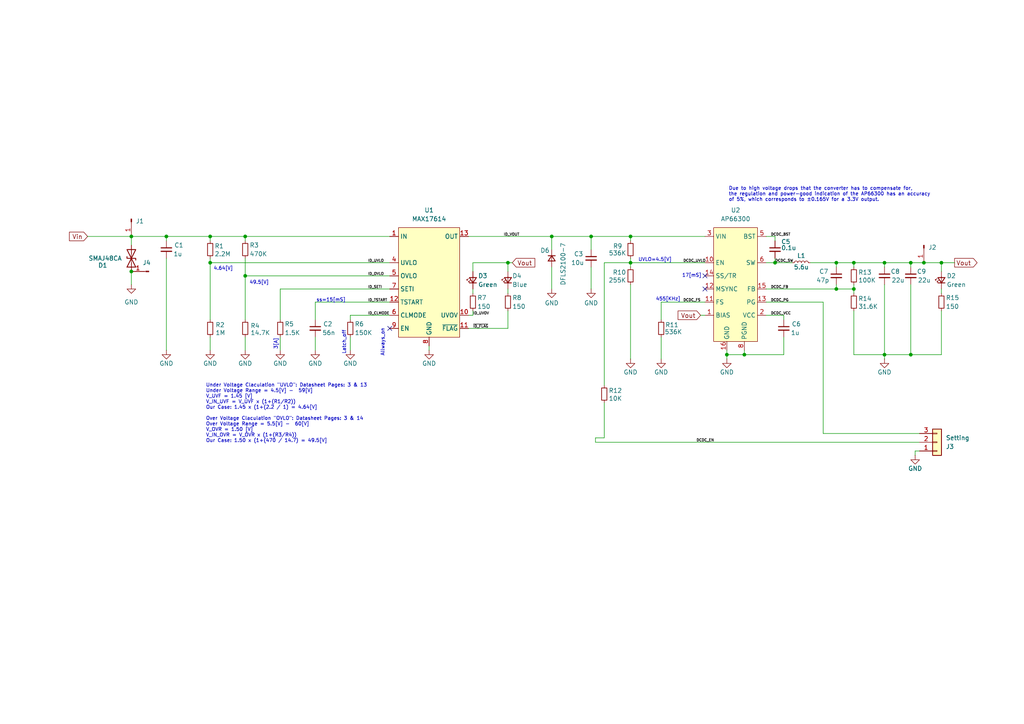
<source format=kicad_sch>
(kicad_sch (version 20231120) (generator "eeschema") (generator_version "8.0")
  (paper "A4")
  (title_block (title "ARNIE4833") (date "2024-10-12") (rev "V0.0.0") (company "© : Kynsight® GmbH: Licenced under CERN-OHL-W V2.0") (comment 2 "+48Vin | +3.3Vout | 3A ") (comment 3 "DC/DC Buck converter module, with added input protection circuitry."))
  (lib_symbols
    (symbol "310_smps_buck:AP66300"
      (property "Reference" "U" (at 0 21.59 0))
      (property "Value" "AP66300" (at 0 19.05 0))
      (symbol "AP66300_1_1"
        (rectangle (start -6.35 17.78) (end 6.35 -15.24) (fill (type background)))
        (pin input line (at -8.89 -7.62 0) (length 2.54) (name "BIAS") (number "1"))
        (pin input line (at -8.89 7.62 0) (length 2.54) (name "EN") (number "10"))
        (pin input line (at -8.89 -3.81 0) (length 2.54) (name "FS") (number "11"))
        (pin input line (at -8.89 0 0) (length 2.54) (name "MSYNC") (number "12"))
        (pin output line (at 8.89 -3.81 180) (length 2.54) (name "PG") (number "13"))
        (pin input line (at -8.89 3.81 0) (length 2.54) (name "SS/TR") (number "14"))
        (pin input line (at 8.89 0 180) (length 2.54) (name "FB") (number "15"))
        (pin power_in line (at -2.54 -17.78 90) (length 2.54) (name "GND") (number "16"))
        (pin power_in line (at -2.54 -17.78 90) (length 2.54) hide (name "GND") (number "17"))
        (pin power_out line (at 8.89 -7.62 180) (length 2.54) (name "VCC") (number "2"))
        (pin power_in line (at -8.89 15.24 0) (length 2.54) (name "VIN") (number "3"))
        (pin power_in line (at -8.89 15.24 0) (length 2.54) hide (name "VIN") (number "4"))
        (pin input line (at 8.89 15.24 180) (length 2.54) (name "BST") (number "5"))
        (pin power_out line (at 8.89 7.62 180) (length 2.54) (name "SW") (number "6"))
        (pin power_out line (at 8.89 7.62 180) (length 2.54) hide (name "SW") (number "7"))
        (pin power_in line (at 2.54 -17.78 90) (length 2.54) (name "PGND") (number "8"))
        (pin power_in line (at 2.54 -17.78 90) (length 2.54) hide (name "PGND") (number "9"))
      )
    )
    (symbol "380_power_protection_ideal_diode:MAX17614"
      (property "Reference" "U" (at 0 18.542 0))
      (property "Value" "MAX17614" (at 0.254 15.24 0))
      (symbol "MAX17614_1_1"
        (rectangle (start -8.89 13.97) (end 8.89 -17.78) (fill (type background)))
        (pin power_in line (at -11.43 11.43 0) (length 2.54) (name "IN") (number "1"))
        (pin output line (at 11.43 -11.43 180) (length 2.54) (name "UVOV") (number "10"))
        (pin output line (at 11.43 -15.24 180) (length 2.54) (name "~{FLAG}") (number "11"))
        (pin input line (at -11.43 -7.62 0) (length 2.54) (name "TSTART") (number "12"))
        (pin power_out line (at 11.43 11.43 180) (length 2.54) (name "OUT") (number "13"))
        (pin power_out line (at 11.43 11.43 180) (length 2.54) hide (name "OUT") (number "14"))
        (pin power_out line (at 11.43 11.43 180) (length 2.54) hide (name "OUT") (number "15"))
        (pin power_in line (at 0 -20.32 90) (length 2.54) hide (name "GND") (number "16"))
        (pin power_in line (at 0 -20.32 90) (length 2.54) hide (name "GND") (number "17"))
        (pin power_in line (at 0 -20.32 90) (length 2.54) hide (name "GND") (number "18"))
        (pin power_in line (at 0 -20.32 90) (length 2.54) hide (name "GND") (number "19"))
        (pin power_in line (at -11.43 11.43 0) (length 2.54) hide (name "IN") (number "2"))
        (pin power_out line (at 0 -20.32 90) (length 2.54) hide (name "GND") (number "20"))
        (pin power_in line (at 0 -20.32 90) (length 2.54) hide (name "GND") (number "21"))
        (pin power_in line (at -11.43 11.43 0) (length 2.54) hide (name "IN") (number "3"))
        (pin input line (at -11.43 3.81 0) (length 2.54) (name "UVLO") (number "4"))
        (pin input line (at -11.43 0 0) (length 2.54) (name "OVLO") (number "5"))
        (pin input line (at -11.43 -11.43 0) (length 2.54) (name "CLMODE") (number "6"))
        (pin input line (at -11.43 -3.81 0) (length 2.54) (name "SETI") (number "7"))
        (pin power_out line (at 0 -20.32 90) (length 2.54) (name "GND") (number "8"))
        (pin input line (at -11.43 -15.24 0) (length 2.54) (name "EN") (number "9"))
      )
    )
    (symbol "Connector:Conn_01x01_Pin" (pin_names (offset 1.016) hide)
      (property "Reference" "J" (at 0 2.54 0))
      (property "Value" "Conn_01x01_Pin" (at 0 -2.54 0))
      (symbol "Conn_01x01_Pin_1_1"
        (polyline (pts (xy 1.27 0) (xy 0.8636 0)) (stroke (width 0.1524)))
        (rectangle (start 0.8636 0.127) (end 0 -0.127) (stroke (width 0.1524)) (fill (type outline)))
        (pin passive line (at 5.08 0 180) (length 3.81) (name "Pin_1") (number "1"))
      )
    )
    (symbol "Connector_Generic:Conn_01x03" (pin_names (offset 1.016) hide)
      (property "Reference" "J" (at 0 5.08 0))
      (property "Value" "Conn_01x03" (at 0 -5.08 0))
      (symbol "Conn_01x03_1_1"
        (rectangle (start -1.27 -2.413) (end 0 -2.667) (stroke (width 0.1524)))
        (rectangle (start -1.27 0.127) (end 0 -0.127) (stroke (width 0.1524)))
        (rectangle (start -1.27 2.667) (end 0 2.413) (stroke (width 0.1524)))
        (rectangle (start -1.27 3.81) (end 1.27 -3.81) (stroke (width 0.254)) (fill (type background)))
        (pin passive line (at -5.08 2.54 0) (length 3.81) (name "Pin_1") (number "1"))
        (pin passive line (at -5.08 0 0) (length 3.81) (name "Pin_2") (number "2"))
        (pin passive line (at -5.08 -2.54 0) (length 3.81) (name "Pin_3") (number "3"))
      )
    )
    (symbol "Device:C_Small" (pin_numbers hide) (pin_names (offset 0.254) hide)
      (property "Reference" "C" (at 0.254 1.778 0))
      (property "Value" "C_Small" (at 0.254 -2.032 0))
      (symbol "C_Small_0_1"
        (polyline (pts (xy -1.524 -0.508) (xy 1.524 -0.508)) (stroke (width 0.3302)))
        (polyline (pts (xy -1.524 0.508) (xy 1.524 0.508)) (stroke (width 0.3048)))
      )
      (symbol "C_Small_1_1"
        (pin passive line (at 0 2.54 270) (length 2.032) (name "~") (number "1"))
        (pin passive line (at 0 -2.54 90) (length 2.032) (name "~") (number "2"))
      )
    )
    (symbol "Device:D_Small" (pin_numbers hide) (pin_names (offset 0.254) hide)
      (property "Reference" "D" (at -1.27 2.032 0))
      (property "Value" "D_Small" (at -3.81 -2.032 0))
      (symbol "D_Small_0_1"
        (polyline (pts (xy -0.762 -1.016) (xy -0.762 1.016)) (stroke (width 0.254)))
        (polyline (pts (xy -0.762 0) (xy 0.762 0)))
        (polyline (pts (xy 0.762 -1.016) (xy -0.762 0) (xy 0.762 1.016) (xy 0.762 -1.016)) (stroke (width 0.254)))
      )
      (symbol "D_Small_1_1"
        (pin passive line (at -2.54 0 0) (length 1.778) (name "K") (number "1"))
        (pin passive line (at 2.54 0 180) (length 1.778) (name "A") (number "2"))
      )
    )
    (symbol "Device:D_TVS" (pin_numbers hide) (pin_names (offset 1.016) hide)
      (property "Reference" "D" (at 0 2.54 0))
      (property "Value" "D_TVS" (at 0 -2.54 0))
      (symbol "D_TVS_0_1"
        (polyline (pts (xy 1.27 0) (xy -1.27 0)))
        (polyline (pts (xy 0.508 1.27) (xy 0 1.27) (xy 0 -1.27) (xy -0.508 -1.27)) (stroke (width 0.254)))
        (polyline (pts (xy -2.54 1.27) (xy -2.54 -1.27) (xy 2.54 1.27) (xy 2.54 -1.27) (xy -2.54 1.27)) (stroke (width 0.254)))
      )
      (symbol "D_TVS_1_1"
        (pin passive line (at -3.81 0 0) (length 2.54) (name "A1") (number "1"))
        (pin passive line (at 3.81 0 180) (length 2.54) (name "A2") (number "2"))
      )
    )
    (symbol "Device:LED_Small" (pin_numbers hide) (pin_names (offset 0.254) hide)
      (property "Reference" "D" (at -1.27 3.175 0))
      (property "Value" "LED_Small" (at -4.445 -2.54 0))
      (symbol "LED_Small_0_1"
        (polyline (pts (xy -0.762 -1.016) (xy -0.762 1.016)) (stroke (width 0.254)))
        (polyline (pts (xy 1.016 0) (xy -0.762 0)))
        (polyline (pts (xy 0.762 -1.016) (xy -0.762 0) (xy 0.762 1.016) (xy 0.762 -1.016)) (stroke (width 0.254)))
        (polyline (pts (xy 0 0.762) (xy -0.508 1.27) (xy -0.254 1.27) (xy -0.508 1.27) (xy -0.508 1.016)))
        (polyline (pts (xy 0.508 1.27) (xy 0 1.778) (xy 0.254 1.778) (xy 0 1.778) (xy 0 1.524)))
      )
      (symbol "LED_Small_1_1"
        (pin passive line (at -2.54 0 0) (length 1.778) (name "K") (number "1"))
        (pin passive line (at 2.54 0 180) (length 1.778) (name "A") (number "2"))
      )
    )
    (symbol "Device:L_Small" (pin_numbers hide) (pin_names (offset 0.254) hide)
      (property "Reference" "L" (at 0.762 1.016 0))
      (property "Value" "L_Small" (at 0.762 -1.016 0))
      (symbol "L_Small_0_1"
        (arc (start 0 -2.032) (mid 0.5058 -1.524) (end 0 -1.016))
        (arc (start 0 -1.016) (mid 0.5058 -0.508) (end 0 0))
        (arc (start 0 0) (mid 0.5058 0.508) (end 0 1.016))
        (arc (start 0 1.016) (mid 0.5058 1.524) (end 0 2.032))
      )
      (symbol "L_Small_1_1"
        (pin passive line (at 0 2.54 270) (length 0.508) (name "~") (number "1"))
        (pin passive line (at 0 -2.54 90) (length 0.508) (name "~") (number "2"))
      )
    )
    (symbol "Device:R_Small" (pin_numbers hide) (pin_names (offset 0.254) hide)
      (property "Reference" "R" (at 0.762 0.508 0))
      (property "Value" "R_Small" (at 0.762 -1.016 0))
      (symbol "R_Small_0_1"
        (rectangle (start -0.762 1.778) (end 0.762 -1.778) (stroke (width 0.2032)))
      )
      (symbol "R_Small_1_1"
        (pin passive line (at 0 2.54 270) (length 0.762) (name "~") (number "1"))
        (pin passive line (at 0 -2.54 90) (length 0.762) (name "~") (number "2"))
      )
    )
    (symbol "power:GND" (power) (pin_numbers hide) (pin_names (offset 0) hide)
      (property "Value" "GND" (at 0 -3.81 0))
      (symbol "GND_0_1"
        (polyline (pts (xy 0 0) (xy 0 -1.27) (xy 1.27 -1.27) (xy 0 -2.54) (xy -1.27 -1.27) (xy 0 -1.27)))
      )
      (symbol "GND_1_1"
        (pin power_in line (at 0 0 270) (length 0) (name "~") (number "1"))
      )
    )
  )
  (junction (at 247.65 83.82))
  (junction (at 48.26 68.58))
  (junction (at 147.32 76.2))
  (junction (at 215.9 102.87))
  (junction (at 182.88 68.58))
  (junction (at 267.97 76.2))
  (junction (at 256.54 76.2))
  (junction (at 264.16 76.2))
  (junction (at 71.12 80.01))
  (junction (at 247.65 76.2))
  (junction (at 273.05 76.2))
  (junction (at 264.16 102.87))
  (junction (at 256.54 102.87))
  (junction (at 60.96 76.2))
  (junction (at 38.1 68.58))
  (junction (at 160.02 68.58))
  (junction (at 242.57 76.2))
  (junction (at 242.57 83.82))
  (junction (at 71.12 68.58))
  (junction (at 182.88 76.2))
  (junction (at 38.1 78.74))
  (junction (at 210.82 102.87))
  (junction (at 60.96 68.58))
  (junction (at 171.45 68.58))
  (junction (at 224.79 76.2))
  (no_connect (at 113.03 95.25))
  (no_connect (at 204.47 83.82))
  (no_connect (at 204.47 80.01))
  (wire (pts (xy 71.12 80.01) (xy 71.12 92.71)))
  (wire (pts (xy 191.77 87.63) (xy 204.47 87.63)))
  (wire (pts (xy 182.88 74.93) (xy 182.88 76.2)))
  (wire (pts (xy 256.54 102.87) (xy 247.65 102.87)))
  (wire (pts (xy 101.6 91.44) (xy 101.6 92.71)))
  (wire (pts (xy 242.57 83.82) (xy 242.57 82.55)))
  (wire (pts (xy 242.57 76.2) (xy 242.57 77.47)))
  (wire (pts (xy 222.25 87.63) (xy 238.76 87.63)))
  (wire (pts (xy 48.26 68.58) (xy 48.26 69.85)))
  (wire (pts (xy 256.54 102.87) (xy 256.54 104.14)))
  (wire (pts (xy 137.16 83.82) (xy 137.16 85.09)))
  (wire (pts (xy 124.46 100.33) (xy 124.46 101.6)))
  (wire (pts (xy 256.54 102.87) (xy 264.16 102.87)))
  (wire (pts (xy 48.26 68.58) (xy 60.96 68.58)))
  (wire (pts (xy 175.26 76.2) (xy 182.88 76.2)))
  (wire (pts (xy 203.2 91.44) (xy 204.47 91.44)))
  (wire (pts (xy 135.89 68.58) (xy 160.02 68.58)))
  (wire (pts (xy 222.25 91.44) (xy 227.33 91.44)))
  (wire (pts (xy 81.28 83.82) (xy 81.28 92.71)))
  (wire (pts (xy 264.16 102.87) (xy 273.05 102.87)))
  (wire (pts (xy 264.16 82.55) (xy 264.16 102.87)))
  (wire (pts (xy 137.16 76.2) (xy 137.16 78.74)))
  (wire (pts (xy 264.16 76.2) (xy 267.97 76.2)))
  (wire (pts (xy 227.33 102.87) (xy 227.33 97.79)))
  (wire (pts (xy 234.95 76.2) (xy 242.57 76.2)))
  (wire (pts (xy 172.72 128.27) (xy 266.7 128.27)))
  (wire (pts (xy 210.82 102.87) (xy 210.82 104.14)))
  (wire (pts (xy 91.44 87.63) (xy 91.44 92.71)))
  (wire (pts (xy 60.96 68.58) (xy 60.96 69.85)))
  (wire (pts (xy 137.16 76.2) (xy 147.32 76.2)))
  (wire (pts (xy 265.43 130.81) (xy 266.7 130.81)))
  (wire (pts (xy 171.45 68.58) (xy 182.88 68.58)))
  (wire (pts (xy 171.45 68.58) (xy 171.45 72.39)))
  (wire (pts (xy 60.96 97.79) (xy 60.96 101.6)))
  (wire (pts (xy 160.02 77.47) (xy 160.02 83.82)))
  (wire (pts (xy 81.28 83.82) (xy 113.03 83.82)))
  (wire (pts (xy 224.79 76.2) (xy 229.87 76.2)))
  (wire (pts (xy 273.05 90.17) (xy 273.05 102.87)))
  (wire (pts (xy 267.97 76.2) (xy 273.05 76.2)))
  (wire (pts (xy 224.79 74.93) (xy 224.79 76.2)))
  (wire (pts (xy 182.88 77.47) (xy 182.88 76.2)))
  (wire (pts (xy 147.32 95.25) (xy 147.32 90.17)))
  (wire (pts (xy 238.76 87.63) (xy 238.76 125.73)))
  (wire (pts (xy 101.6 91.44) (xy 113.03 91.44)))
  (wire (pts (xy 273.05 83.82) (xy 273.05 85.09)))
  (wire (pts (xy 242.57 83.82) (xy 247.65 83.82)))
  (wire (pts (xy 137.16 91.44) (xy 137.16 90.17)))
  (wire (pts (xy 172.72 127) (xy 172.72 128.27)))
  (wire (pts (xy 38.1 68.58) (xy 38.1 71.12)))
  (wire (pts (xy 60.96 76.2) (xy 113.03 76.2)))
  (wire (pts (xy 160.02 68.58) (xy 171.45 68.58)))
  (wire (pts (xy 71.12 74.93) (xy 71.12 80.01)))
  (wire (pts (xy 273.05 76.2) (xy 273.05 78.74)))
  (wire (pts (xy 264.16 76.2) (xy 264.16 77.47)))
  (wire (pts (xy 256.54 76.2) (xy 264.16 76.2)))
  (wire (pts (xy 227.33 91.44) (xy 227.33 92.71)))
  (wire (pts (xy 172.72 127) (xy 175.26 127)))
  (wire (pts (xy 71.12 68.58) (xy 71.12 69.85)))
  (wire (pts (xy 71.12 68.58) (xy 113.03 68.58)))
  (wire (pts (xy 182.88 68.58) (xy 204.47 68.58)))
  (wire (pts (xy 91.44 87.63) (xy 113.03 87.63)))
  (wire (pts (xy 135.89 91.44) (xy 137.16 91.44)))
  (wire (pts (xy 48.26 74.93) (xy 48.26 101.6)))
  (wire (pts (xy 210.82 101.6) (xy 210.82 102.87)))
  (wire (pts (xy 101.6 97.79) (xy 101.6 101.6)))
  (wire (pts (xy 256.54 82.55) (xy 256.54 102.87)))
  (wire (pts (xy 182.88 82.55) (xy 182.88 104.14)))
  (wire (pts (xy 182.88 68.58) (xy 182.88 69.85)))
  (wire (pts (xy 38.1 68.58) (xy 48.26 68.58)))
  (wire (pts (xy 242.57 76.2) (xy 247.65 76.2)))
  (wire (pts (xy 71.12 97.79) (xy 71.12 101.6)))
  (wire (pts (xy 210.82 102.87) (xy 215.9 102.87)))
  (wire (pts (xy 71.12 80.01) (xy 113.03 80.01)))
  (wire (pts (xy 38.1 78.74) (xy 38.1 82.55)))
  (wire (pts (xy 265.43 132.08) (xy 265.43 130.81)))
  (wire (pts (xy 135.89 95.25) (xy 147.32 95.25)))
  (wire (pts (xy 60.96 74.93) (xy 60.96 76.2)))
  (wire (pts (xy 160.02 68.58) (xy 160.02 72.39)))
  (wire (pts (xy 191.77 87.63) (xy 191.77 92.71)))
  (wire (pts (xy 224.79 68.58) (xy 224.79 69.85)))
  (wire (pts (xy 191.77 97.79) (xy 191.77 104.14)))
  (wire (pts (xy 175.26 76.2) (xy 175.26 111.76)))
  (wire (pts (xy 222.25 83.82) (xy 242.57 83.82)))
  (wire (pts (xy 91.44 97.79) (xy 91.44 101.6)))
  (wire (pts (xy 247.65 90.17) (xy 247.65 102.87)))
  (wire (pts (xy 71.12 68.58) (xy 60.96 68.58)))
  (wire (pts (xy 256.54 76.2) (xy 256.54 77.47)))
  (wire (pts (xy 81.28 97.79) (xy 81.28 101.6)))
  (wire (pts (xy 247.65 83.82) (xy 247.65 85.09)))
  (wire (pts (xy 215.9 101.6) (xy 215.9 102.87)))
  (wire (pts (xy 147.32 83.82) (xy 147.32 85.09)))
  (wire (pts (xy 182.88 76.2) (xy 204.47 76.2)))
  (wire (pts (xy 171.45 77.47) (xy 171.45 83.82)))
  (wire (pts (xy 247.65 83.82) (xy 247.65 82.55)))
  (wire (pts (xy 148.59 76.2) (xy 147.32 76.2)))
  (wire (pts (xy 238.76 125.73) (xy 266.7 125.73)))
  (wire (pts (xy 215.9 102.87) (xy 227.33 102.87)))
  (wire (pts (xy 247.65 76.2) (xy 247.65 77.47)))
  (wire (pts (xy 25.4 68.58) (xy 38.1 68.58)))
  (wire (pts (xy 222.25 68.58) (xy 224.79 68.58)))
  (wire (pts (xy 60.96 76.2) (xy 60.96 92.71)))
  (wire (pts (xy 222.25 76.2) (xy 224.79 76.2)))
  (wire (pts (xy 247.65 76.2) (xy 256.54 76.2)))
  (wire (pts (xy 273.05 76.2) (xy 276.86 76.2)))
  (wire (pts (xy 175.26 127) (xy 175.26 116.84)))
  (wire (pts (xy 147.32 76.2) (xy 147.32 78.74)))
  (text "Latch_off" (at 99.822 99.314 90) (effects (font (size 1 1))))
  (text "ss=15[mS]" (at 96.012 87.122 0) (effects (font (size 1 1))))
  (text "4.64[V]" (at 64.77 77.978 0) (effects (font (size 1 1))))
  (text "49.5[V]" (at 75.184 82.042 0) (effects (font (size 1 1))))
  (text "455[KHz]" (at 193.802 86.868 0) (effects (font (size 1 1))))
  (text "Allways_on" (at 110.998 99.314 90) (effects (font (size 1 1))))
  (text "17[mS]" (at 200.66 80.01 0) (effects (font (size 1 1))))
  (text "UVLO=4.5[V]" (at 189.992 75.438 0) (effects (font (size 1 1))))
  (text "Due to high voltage drops that the converter has to compensate for, \nthe regulation and power-good indication of the AP66300 has an accuracy \nof 5%, which corresponds to ±0.165V for a 3.3V output." (at 211.328 56.388 0) (effects (font (size 1 1)) (justify left)))
  (text "Under Voltage Claculation \"UVLO\": Datasheet Pages: 3 & 13  \nUnder Voltage Range = 4.5[V] -  59[V]\nV_UVF = 1.45 [V]\nV_IN_UVF = V_UVF x (1+(R1/R2)) \nOur Case: 1.45 x (1+(2.2 / 1) = 4.64[V] \n \nOver Voltage Claculation \"OVLO\": Datasheet Pages: 3 & 14  \nOver Voltage Range = 5.5[V] -  60[V]\nV_OVR = 1.50 [V]\nV_IN_OVR = V_OVR x (1+(R3/R4)) \nOur Case: 1.50 x (1+(470 / 14.7) = 49.5[V] " (at 59.69 119.888 0) (effects (font (size 1 1)) (justify left)))
  (text "3[A]" (at 80.01 99.822 90) (effects (font (size 1 1))))
  (label "ID_UVOV" (at 137.16 91.44 0) (effects (font (size 0.75 0.75))))
  (label "DCDC_PG" (at 223.52 87.63 0) (effects (font (size 0.75 0.75))))
  (label "~{ID_FLAG}" (at 137.16 95.25 0) (effects (font (size 0.75 0.75))))
  (label "DCDC_UVLO" (at 198.12 76.2 0) (effects (font (size 0.75 0.75))))
  (label "ID_VOUT" (at 146.05 68.58 0) (effects (font (size 0.75 0.75))))
  (label "DCDC_FB" (at 223.52 83.82 0) (effects (font (size 0.75 0.75))))
  (label "DCDC_VCC" (at 223.52 91.44 0) (effects (font (size 0.75 0.75))))
  (label "ID_OVLO" (at 106.68 80.01 0) (effects (font (size 0.75 0.75))))
  (label "DCDC_EN" (at 201.93 128.27 0) (effects (font (size 0.75 0.75))))
  (label "DCDC_BST" (at 223.52 68.58 0) (effects (font (size 0.75 0.75))))
  (label "ID_UVLO" (at 106.68 76.2 0) (effects (font (size 0.75 0.75))))
  (label "DCDC_SW" (at 224.79 76.2 0) (effects (font (size 0.75 0.75))))
  (label "ID_CLMODE" (at 106.68 91.44 0) (effects (font (size 0.75 0.75))))
  (label "ID_SETI" (at 106.68 83.82 0) (effects (font (size 0.75 0.75))))
  (label "ID_TSTART" (at 106.68 87.63 0) (effects (font (size 0.75 0.75))))
  (label "DCDC_FS" (at 198.12 87.63 0) (effects (font (size 0.75 0.75))))
  (global_label "Vout" (shape output) (at 276.86 76.2 0) (property "Intersheetrefs" "${INTERSHEET_REFS}" (effects (hide yes))))
  (global_label "Vout" (shape input) (at 148.59 76.2 0) (property "Intersheetrefs" "${INTERSHEET_REFS}" (effects (hide yes))))
  (global_label "Vout" (shape input) (at 203.2 91.44 180) (property "Intersheetrefs" "${INTERSHEET_REFS}" (effects (hide yes))))
  (global_label "Vin" (shape input) (at 25.4 68.58 180) (property "Intersheetrefs" "${INTERSHEET_REFS}" (effects (hide yes))))
  (symbol (lib_id "Device:R_Small") (at 273.05 87.63 0) (unit 1)
    (property "Reference" "R15" (at 274.32 86.36 0) (effects (justify left)))
    (property "Value" "150" (at 274.32 88.9 0) (effects (justify left)))
    (property "Footprint" "Resistor_SMD:R_0603_1608Metric" (effects (hide yes)))
    (property "Description" "Resistor, small symbol" (effects (hide yes)))
    (property "Man" "Panasonic" (effects (hide yes)))
    (property "Man_No" " ERJ-3EKF1500V " (effects (hide yes)))
    (property "Disti" "Mouser" (effects (hide yes)))
    (property "Disti_No" " 667-ERJ-3EKF1500V" (effects (hide yes)))
  )
  (symbol (lib_id "Device:R_Small") (at 147.32 87.63 0) (unit 1)
    (property "Reference" "R8" (at 148.59 86.36 0) (effects (justify left)))
    (property "Value" "150" (at 148.59 88.9 0) (effects (justify left)))
    (property "Footprint" "Resistor_SMD:R_0603_1608Metric" (effects (hide yes)))
    (property "Description" "Resistor, small symbol" (effects (hide yes)))
    (property "Man" "Panasonic" (effects (hide yes)))
    (property "Man_No" "ERJ-3EKF1500V " (effects (hide yes)))
    (property "Disti" "Mouser" (effects (hide yes)))
    (property "Disti_No" " 667-ERJ-3EKF1500V" (effects (hide yes)))
  )
  (symbol (lib_id "Device:D_TVS") (at 38.1 74.93 90) (unit 1)
    (property "Reference" "D1" (at 28.448 76.962 90) (effects (justify right)))
    (property "Value" "SMAJ48CA" (at 25.654 74.93 90) (effects (justify right)))
    (property "Footprint" "Diode_SMD:D_SMA" (effects (hide yes)))
    (property "Datasheet" "https://www.diodes.com/assets/Datasheets/SMAJ5.0CA-SMAJ200CA.pdf" (effects (hide yes)))
    (property "Description" "Bidirectional transient-voltage-suppression diode" (effects (hide yes)))
    (property "Man" "Diodes" (effects (hide yes)))
    (property "Man_No" "SMAJ48CA-13-F " (effects (hide yes)))
    (property "Disti" "Mouser" (effects (hide yes)))
    (property "Disti_No" "621-SMAJ48CA-13-F" (effects (hide yes)))
  )
  (symbol (lib_id "Device:C_Small") (at 224.79 72.39 0) (unit 1)
    (property "Reference" "C5" (at 226.568 70.104 0) (effects (justify left)))
    (property "Value" "0.1u" (at 226.568 71.882 0) (effects (justify left)))
    (property "Footprint" "Capacitor_SMD:C_0603_1608Metric" (effects (hide yes)))
    (property "Description" "Unpolarized capacitor, small symbol" (effects (hide yes)))
    (property "Man" "Kyocera" (effects (hide yes)))
    (property "Man_No" "KAM15BR72A104KT " (effects (hide yes)))
    (property "Disti" "Mouser" (effects (hide yes)))
    (property "Disti_No" "KAM15BR72A104KT " (effects (hide yes)))
  )
  (symbol (lib_id "power:GND") (at 210.82 104.14 0) (unit 1)
    (property "Reference" "#PWR010" (effects (hide yes)))
    (property "Value" "GND" (at 210.82 107.95 0))
    (property "Description" "Power symbol creates a global label with name \"GND\" , ground" (effects (hide yes)))
  )
  (symbol (lib_id "Device:R_Small") (at 247.65 80.01 0) (unit 1)
    (property "Reference" "R13" (at 248.92 78.994 0) (effects (justify left)))
    (property "Value" "100K" (at 248.92 81.28 0) (effects (justify left)))
    (property "Footprint" "Resistor_SMD:R_0603_1608Metric" (effects (hide yes)))
    (property "Description" "Resistor, small symbol" (effects (hide yes)))
    (property "Man" "Panasonic" (effects (hide yes)))
    (property "Man_No" "ERJ-3EKF1003V" (effects (hide yes)))
    (property "Disti" "Mouser" (effects (hide yes)))
    (property "Disti_No" "667-ERJ-3EKF1003V" (effects (hide yes)))
  )
  (symbol (lib_id "Device:C_Small") (at 48.26 72.39 0) (unit 1)
    (property "Reference" "C1" (at 50.546 71.12 0) (effects (justify left)))
    (property "Value" "1u" (at 50.292 73.66 0) (effects (justify left)))
    (property "Footprint" "Capacitor_SMD:C_0603_1608Metric" (effects (hide yes)))
    (property "Description" "Unpolarized capacitor, small symbol" (effects (hide yes)))
    (property "Man" "Samsung" (effects (hide yes)))
    (property "Man_No" "CL10B105KB9VPNC" (effects (hide yes)))
    (property "Disti" "Mouser" (effects (hide yes)))
    (property "Disti_No" "187-CL10B105KB9VPNC" (effects (hide yes)))
  )
  (symbol (lib_id "Device:LED_Small") (at 147.32 81.28 90) (unit 1)
    (property "Reference" "D4" (at 148.59 80.01 90) (effects (justify right)))
    (property "Value" "Blue" (at 148.59 82.55 90) (effects (justify right)))
    (property "Footprint" "LED_SMD:LED_0603_1608Metric" (effects (hide yes)))
    (property "Description" "Light emitting diode, small symbol" (effects (hide yes)))
    (property "Man" "Osram" (effects (hide yes)))
    (property "Man_No" "KB EELP41.12-P1R2-36-3X4X-5-R18" (effects (hide yes)))
    (property "Disti" "Mouser" (effects (hide yes)))
    (property "Disti_No" " 720-P4112P1R2363X4X5" (effects (hide yes)))
  )
  (symbol (lib_id "power:GND") (at 182.88 104.14 0) (unit 1)
    (property "Reference" "#PWR012" (effects (hide yes)))
    (property "Value" "GND" (at 182.88 107.95 0))
    (property "Description" "Power symbol creates a global label with name \"GND\" , ground" (effects (hide yes)))
  )
  (symbol (lib_id "Device:R_Small") (at 60.96 95.25 0) (unit 1)
    (property "Reference" "R2" (at 62.484 94.234 0) (effects (justify left)))
    (property "Value" "1M" (at 62.484 96.52 0) (effects (justify left)))
    (property "Footprint" "Resistor_SMD:R_0603_1608Metric" (effects (hide yes)))
    (property "Description" "Resistor, small symbol" (effects (hide yes)))
    (property "Man" "Panasonic" (effects (hide yes)))
    (property "Man_No" "ERJ-PA3J115V" (effects (hide yes)))
    (property "Disti" "Mouser" (effects (hide yes)))
    (property "Disti_No" "667-ERJ-PA3J105V" (effects (hide yes)))
  )
  (symbol (lib_id "Device:C_Small") (at 91.44 95.25 0) (unit 1)
    (property "Reference" "C2" (at 93.726 93.98 0) (effects (justify left)))
    (property "Value" "56n" (at 93.472 96.52 0) (effects (justify left)))
    (property "Footprint" "Capacitor_SMD:C_0603_1608Metric" (effects (hide yes)))
    (property "Description" "Unpolarized capacitor, small symbol" (effects (hide yes)))
    (property "Man" "Yageo" (effects (hide yes)))
    (property "Man_No" "CC0603JX7R0BB563" (effects (hide yes)))
    (property "Disti" "Mouser" (effects (hide yes)))
    (property "Disti_No" "603-CC0603JX7R0BB563" (effects (hide yes)))
  )
  (symbol (lib_id "310_smps_buck:AP66300") (at 213.36 83.82 0) (unit 1)
    (property "Reference" "U2" (at 213.36 60.96 0))
    (property "Value" "AP66300" (at 213.36 63.5 0))
    (property "Footprint" "Package_DFN_QFN:UQFN-16-1EP_4x4mm_P0.65mm_EP2.6x2.6mm" (effects (hide yes)))
    (property "Datasheet" "https://www.diodes.com/assets/Datasheets/AP66300.pdf" (effects (hide yes)))
    (property "Description" "3.8V TO 60V INPUT, 3A LOW IQ SYNCHRONOUS BUCK CONVERTER" (effects (hide yes)))
    (property "Man" "Diodes" (effects (hide yes)))
    (property "Man_No" "3.8V TO 60V INPUT, 3A LOW IQ SYNCHRONOUS BUCK CONVERTER" (effects (hide yes)))
    (property "Disti" "Mouser" (effects (hide yes)))
    (property "Disti_No" "621-AP66300FVBW-13" (effects (hide yes)))
  )
  (symbol (lib_id "Device:R_Small") (at 182.88 72.39 0) (mirror x) (unit 1)
    (property "Reference" "R9" (at 177.8 71.374 0) (effects (justify left)))
    (property "Value" "536K" (at 176.53 73.406 0) (effects (justify left)))
    (property "Footprint" "Resistor_SMD:R_0603_1608Metric" (effects (hide yes)))
    (property "Description" "Resistor, small symbol" (effects (hide yes)))
    (property "Man" "Panasonic" (effects (hide yes)))
    (property "Man_No" "ERJ-3EKF2553V" (effects (hide yes)))
    (property "Disti" "Mouser" (effects (hide yes)))
    (property "Disti_No" "667-ERJ-3EKF5363V" (effects (hide yes)))
  )
  (symbol (lib_id "Connector:Conn_01x01_Pin") (at 43.18 78.74 180) (unit 1)
    (property "Reference" "J4" (at 42.545 76.2 0))
    (property "Value" "Conn_01x01_Pin" (effects (hide yes)))
    (property "Footprint" "Connector_PinHeader_2.54mm:PinHeader_1x01_P2.54mm_Vertical" (effects (hide yes)))
    (property "Description" "Generic connector, single row, 01x01, script generated" (effects (hide yes)))
  )
  (symbol (lib_id "Device:C_Small") (at 171.45 74.93 0) (mirror y) (unit 1)
    (property "Reference" "C3" (at 169.164 73.66 0) (effects (justify left)))
    (property "Value" "10u" (at 169.418 76.2 0) (effects (justify left)))
    (property "Footprint" "Capacitor_SMD:C_1210_3225Metric" (effects (hide yes)))
    (property "Description" "Unpolarized capacitor, small symbol" (effects (hide yes)))
    (property "Man" "TDK" (effects (hide yes)))
    (property "Man_No" "CGA6P1X7R1N106K250AC" (effects (hide yes)))
    (property "Disti" "Mouser" (effects (hide yes)))
    (property "Disti_No" "810-CGA6P1X7R1N106K2" (effects (hide yes)))
  )
  (symbol (lib_id "power:GND") (at 48.26 101.6 0) (unit 1)
    (property "Reference" "#PWR02" (effects (hide yes)))
    (property "Value" "GND" (at 48.26 105.41 0))
    (property "Description" "Power symbol creates a global label with name \"GND\" , ground" (effects (hide yes)))
  )
  (symbol (lib_id "Connector_Generic:Conn_01x03") (at 271.78 128.27 0) (mirror x) (unit 1)
    (property "Reference" "J3" (at 274.32 129.5401 0) (effects (justify left)))
    (property "Value" "Setting" (at 274.32 127.0001 0) (effects (justify left)))
    (property "Footprint" "Connector_PinHeader_2.54mm:PinHeader_1x03_P2.54mm_Vertical" (effects (hide yes)))
    (property "Description" "Generic connector, single row, 01x03, script generated (kicad-library-utils/schlib/autogen/connector/)" (effects (hide yes)))
  )
  (symbol (lib_id "power:GND") (at 101.6 101.6 0) (unit 1)
    (property "Reference" "#PWR07" (effects (hide yes)))
    (property "Value" "GND" (at 101.6 105.41 0))
    (property "Description" "Power symbol creates a global label with name \"GND\" , ground" (effects (hide yes)))
  )
  (symbol (lib_id "Device:D_Small") (at 160.02 74.93 270) (unit 1)
    (property "Reference" "D6" (at 156.718 72.644 90) (effects (justify left)))
    (property "Value" "DFLS2100-7" (at 163.322 70.358 0) (effects (justify left)))
    (property "Footprint" "Diode_SMD:D_PowerDI-123" (effects (hide yes)))
    (property "Description" "Diode, small symbol" (effects (hide yes)))
    (property "Sim.Device" "D" (effects (hide yes)))
    (property "Sim.Pins" "1=K 2=A" (effects (hide yes)))
    (property "Man" "Diodes" (effects (hide yes)))
    (property "Man_No" "DFLS2100-7" (effects (hide yes)))
    (property "Disti" "Mouser" (effects (hide yes)))
    (property "Disti_No" " 621-DFLS2100-7" (effects (hide yes)))
  )
  (symbol (lib_id "Device:R_Small") (at 175.26 114.3 0) (unit 1)
    (property "Reference" "R12" (at 176.53 113.284 0) (effects (justify left)))
    (property "Value" "10K" (at 176.53 115.57 0) (effects (justify left)))
    (property "Footprint" "Resistor_SMD:R_0603_1608Metric" (effects (hide yes)))
    (property "Description" "Resistor, small symbol" (effects (hide yes)))
    (property "Man" "Panasonic" (effects (hide yes)))
    (property "Man_No" "ERJ-3EKF1002V" (effects (hide yes)))
    (property "Disti" "Mouser" (effects (hide yes)))
    (property "Disti_No" "667-ERJ-3EKF1002V" (effects (hide yes)))
  )
  (symbol (lib_id "Device:LED_Small") (at 273.05 81.28 90) (unit 1)
    (property "Reference" "D2" (at 274.574 80.01 90) (effects (justify right)))
    (property "Value" "Green" (at 274.574 82.55 90) (effects (justify right)))
    (property "Footprint" "LED_SMD:LED_0603_1608Metric" (effects (hide yes)))
    (property "Description" "Light emitting diode, small symbol" (effects (hide yes)))
    (property "Man" "Osram" (effects (hide yes)))
    (property "Man_No" "KT EELP41.12-S2U1-25-2X4X-5-R18" (effects (hide yes)))
    (property "Disti" "Mouser" (effects (hide yes)))
    (property "Disti_No" " 720-P4112S2U1252X4X5" (effects (hide yes)))
  )
  (symbol (lib_id "power:GND") (at 265.43 132.08 0) (unit 1)
    (property "Reference" "#PWR015" (effects (hide yes)))
    (property "Value" "GND" (at 265.43 135.89 0))
    (property "Description" "Power symbol creates a global label with name \"GND\" , ground" (effects (hide yes)))
  )
  (symbol (lib_id "Device:R_Small") (at 60.96 72.39 0) (unit 1)
    (property "Reference" "R1" (at 62.23 71.374 0) (effects (justify left)))
    (property "Value" "2.2M" (at 62.23 73.66 0) (effects (justify left)))
    (property "Footprint" "Resistor_SMD:R_0603_1608Metric" (effects (hide yes)))
    (property "Description" "Resistor, small symbol" (effects (hide yes)))
    (property "Man" "Panasonic" (effects (hide yes)))
    (property "Man_No" "ERJ-U03J225V" (effects (hide yes)))
    (property "Disti" "Mouser" (effects (hide yes)))
    (property "Disti_No" "667-ERJ-U03J225V" (effects (hide yes)))
  )
  (symbol (lib_id "Device:C_Small") (at 264.16 80.01 0) (unit 1)
    (property "Reference" "C9" (at 265.938 78.74 0) (effects (justify left)))
    (property "Value" "22u" (at 266.192 81.28 0) (effects (justify left)))
    (property "Footprint" "Capacitor_SMD:C_0603_1608Metric" (effects (hide yes)))
    (property "Description" "Unpolarized capacitor, small symbol" (effects (hide yes)))
    (property "Man" "Samsung" (effects (hide yes)))
    (property "Man_No" "CL10A226MQ8NRND" (effects (hide yes)))
    (property "Disti" "Mouser" (effects (hide yes)))
    (property "Disti_No" "187-CL10A226MQ8NRND" (effects (hide yes)))
  )
  (symbol (lib_id "power:GND") (at 71.12 101.6 0) (unit 1)
    (property "Reference" "#PWR04" (effects (hide yes)))
    (property "Value" "GND" (at 71.12 105.41 0))
    (property "Description" "Power symbol creates a global label with name \"GND\" , ground" (effects (hide yes)))
  )
  (symbol (lib_id "Device:R_Small") (at 191.77 95.25 0) (mirror y) (unit 1)
    (property "Reference" "R11" (at 196.85 94.234 0) (effects (justify left)))
    (property "Value" "536K" (at 197.866 96.266 0) (effects (justify left)))
    (property "Footprint" "Resistor_SMD:R_0603_1608Metric" (effects (hide yes)))
    (property "Description" "Resistor, small symbol" (effects (hide yes)))
    (property "Man" "Panasonic" (effects (hide yes)))
    (property "Man_No" "ERJ-3EKF5363V" (effects (hide yes)))
    (property "Disti" "Mouser" (effects (hide yes)))
    (property "Disti_No" "667-ERJ-3EKF5363V" (effects (hide yes)))
  )
  (symbol (lib_id "Device:LED_Small") (at 137.16 81.28 90) (unit 1)
    (property "Reference" "D3" (at 138.684 80.01 90) (effects (justify right)))
    (property "Value" "Green" (at 138.684 82.55 90) (effects (justify right)))
    (property "Footprint" "LED_SMD:LED_0603_1608Metric" (effects (hide yes)))
    (property "Description" "Light emitting diode, small symbol" (effects (hide yes)))
    (property "Man" "Osram" (effects (hide yes)))
    (property "Man_No" "KT EELP41.12-S2U1-25-2X4X-5-R18" (effects (hide yes)))
    (property "Disti" "Mouser" (effects (hide yes)))
    (property "Disti_No" " 720-P4112S2U1252X4X5" (effects (hide yes)))
  )
  (symbol (lib_id "380_power_protection_ideal_diode:MAX17614") (at 124.46 80.01 0) (unit 1)
    (property "Reference" "U1" (at 124.46 60.96 0))
    (property "Value" "MAX17614" (at 124.46 63.5 0))
    (property "Footprint" "Package_DFN_QFN:TQFN-20-1EP_4x4mm_P0.5mm_EP2.9x2.9mm" (effects (hide yes)))
    (property "Datasheet" "https://www.analog.com/media/en/technical-documentation/data-sheets/max17614.pdf" (effects (hide yes)))
    (property "Description" "4.5V to 60V, 3A, Ideal Diode/Power Source Selector with Current Limit, UV, OV Protection" (effects (hide yes)))
    (property "Man" "ADI" (effects (hide yes)))
    (property "Man_No" "MAX17614" (effects (hide yes)))
    (property "Disti" "Mouser" (effects (hide yes)))
    (property "Disti_No" "700-MAX17614ATP+" (effects (hide yes)))
  )
  (symbol (lib_id "Device:R_Small") (at 81.28 95.25 0) (unit 1)
    (property "Reference" "R5" (at 82.55 93.98 0) (effects (justify left)))
    (property "Value" "1.5K" (at 82.55 96.52 0) (effects (justify left)))
    (property "Footprint" "Resistor_SMD:R_0603_1608Metric" (effects (hide yes)))
    (property "Description" "Resistor, small symbol" (effects (hide yes)))
    (property "Man" "Panasonic" (effects (hide yes)))
    (property "Man_No" "ERJ-3EKF1501V" (effects (hide yes)))
    (property "Disti" "Mouser" (effects (hide yes)))
    (property "Disti_No" "667-ERJ-3EKF1501V" (effects (hide yes)))
  )
  (symbol (lib_id "power:GND") (at 124.46 101.6 0) (unit 1)
    (property "Reference" "#PWR08" (effects (hide yes)))
    (property "Value" "GND" (at 124.46 105.41 0))
    (property "Description" "Power symbol creates a global label with name \"GND\" , ground" (effects (hide yes)))
  )
  (symbol (lib_id "power:GND") (at 171.45 83.82 0) (unit 1)
    (property "Reference" "#PWR09" (effects (hide yes)))
    (property "Value" "GND" (at 171.45 87.884 0))
    (property "Description" "Power symbol creates a global label with name \"GND\" , ground" (effects (hide yes)))
  )
  (symbol (lib_id "power:GND") (at 60.96 101.6 0) (unit 1)
    (property "Reference" "#PWR03" (effects (hide yes)))
    (property "Value" "GND" (at 60.96 105.41 0))
    (property "Description" "Power symbol creates a global label with name \"GND\" , ground" (effects (hide yes)))
  )
  (symbol (lib_id "power:GND") (at 256.54 104.14 0) (unit 1)
    (property "Reference" "#PWR014" (effects (hide yes)))
    (property "Value" "GND" (at 256.54 107.95 0))
    (property "Description" "Power symbol creates a global label with name \"GND\" , ground" (effects (hide yes)))
  )
  (symbol (lib_id "power:GND") (at 38.1 82.55 0) (unit 1)
    (property "Reference" "#PWR01" (effects (hide yes)))
    (property "Value" "GND" (at 38.1 87.63 0))
    (property "Description" "Power symbol creates a global label with name \"GND\" , ground" (effects (hide yes)))
  )
  (symbol (lib_id "Device:C_Small") (at 242.57 80.01 0) (mirror y) (unit 1)
    (property "Reference" "C7" (at 240.284 78.74 0) (effects (justify left)))
    (property "Value" "47p" (at 240.538 81.28 0) (effects (justify left)))
    (property "Footprint" "Capacitor_SMD:C_0603_1608Metric" (effects (hide yes)))
    (property "Description" "Unpolarized capacitor, small symbol" (effects (hide yes)))
    (property "Man" "Murata" (effects (hide yes)))
    (property "Man_No" "GCM1885G2A470JA6J" (effects (hide yes)))
    (property "Disti" "Mouser" (effects (hide yes)))
    (property "Disti_No" "81-GCM1885G2A470JA6J" (effects (hide yes)))
  )
  (symbol (lib_id "Device:R_Small") (at 71.12 95.25 0) (unit 1)
    (property "Reference" "R4" (at 72.644 94.488 0) (effects (justify left)))
    (property "Value" "14.7K" (at 72.644 96.52 0) (effects (justify left)))
    (property "Footprint" "Resistor_SMD:R_0603_1608Metric" (effects (hide yes)))
    (property "Description" "Resistor, small symbol" (effects (hide yes)))
    (property "Man" "Panasonic" (effects (hide yes)))
    (property "Man_No" "ERJ-3EKF1472V" (effects (hide yes)))
    (property "Disti" "Mouser" (effects (hide yes)))
    (property "Disti_No" "667-ERJ-3EKF1472V" (effects (hide yes)))
  )
  (symbol (lib_id "power:GND") (at 81.28 101.6 0) (unit 1)
    (property "Reference" "#PWR05" (effects (hide yes)))
    (property "Value" "GND" (at 81.28 105.41 0))
    (property "Description" "Power symbol creates a global label with name \"GND\" , ground" (effects (hide yes)))
  )
  (symbol (lib_id "Device:R_Small") (at 137.16 87.63 0) (unit 1)
    (property "Reference" "R7" (at 138.43 86.36 0) (effects (justify left)))
    (property "Value" "150" (at 138.43 88.9 0) (effects (justify left)))
    (property "Footprint" "Resistor_SMD:R_0603_1608Metric" (effects (hide yes)))
    (property "Description" "Resistor, small symbol" (effects (hide yes)))
    (property "Man" "Panasonic" (effects (hide yes)))
    (property "Man_No" " ERJ-3EKF1500V " (effects (hide yes)))
    (property "Disti" "Mouser" (effects (hide yes)))
    (property "Disti_No" " 667-ERJ-3EKF1500V" (effects (hide yes)))
  )
  (symbol (lib_id "power:GND") (at 91.44 101.6 0) (unit 1)
    (property "Reference" "#PWR06" (effects (hide yes)))
    (property "Value" "GND" (at 91.44 105.41 0))
    (property "Description" "Power symbol creates a global label with name \"GND\" , ground" (effects (hide yes)))
  )
  (symbol (lib_id "Device:L_Small") (at 232.41 76.2 90) (unit 1)
    (property "Reference" "L1" (at 232.41 74.168 90))
    (property "Value" "5.6u" (at 232.41 77.47 90))
    (property "Footprint" "Inductor_SMD:L_Bourns_SRP5030T" (effects (hide yes)))
    (property "Description" "Inductor, small symbol" (effects (hide yes)))
    (property "Man" "Bourns" (effects (hide yes)))
    (property "Man_No" "SRP5030WA-5R6M" (effects (hide yes)))
    (property "Disti" "Mouser" (effects (hide yes)))
    (property "Disti_No" "652-SRP5030WA-5R6M" (effects (hide yes)))
  )
  (symbol (lib_id "Device:R_Small") (at 182.88 80.01 0) (mirror y) (unit 1)
    (property "Reference" "R10" (at 181.61 78.994 0) (effects (justify left)))
    (property "Value" "255K" (at 181.61 81.28 0) (effects (justify left)))
    (property "Footprint" "Resistor_SMD:R_0603_1608Metric" (effects (hide yes)))
    (property "Description" "Resistor, small symbol" (effects (hide yes)))
    (property "Man" "Panasonic" (effects (hide yes)))
    (property "Man_No" "ERJ-3EKF2553V" (effects (hide yes)))
    (property "Disti" "Mouser" (effects (hide yes)))
    (property "Disti_No" "667-ERJ-3EKF2553V" (effects (hide yes)))
  )
  (symbol (lib_id "Device:R_Small") (at 247.65 87.63 0) (unit 1)
    (property "Reference" "R14" (at 248.92 86.614 0) (effects (justify left)))
    (property "Value" "31.6K" (at 248.92 88.9 0) (effects (justify left)))
    (property "Footprint" "Resistor_SMD:R_0603_1608Metric" (effects (hide yes)))
    (property "Description" "Resistor, small symbol" (effects (hide yes)))
    (property "Man" "Panasonic" (effects (hide yes)))
    (property "Man_No" "ERJ-3EKF3162V" (effects (hide yes)))
    (property "Disti" "Mouser" (effects (hide yes)))
    (property "Disti_No" "667-ERJ-3EKF3162V" (effects (hide yes)))
  )
  (symbol (lib_id "Connector:Conn_01x01_Pin") (at 267.97 71.12 270) (unit 1)
    (property "Reference" "J2" (at 269.24 71.7549 90) (effects (justify left)))
    (property "Value" "Conn_01x01_Pin" (effects (hide yes)))
    (property "Footprint" "Connector_PinHeader_2.54mm:PinHeader_1x01_P2.54mm_Vertical" (effects (hide yes)))
    (property "Description" "Generic connector, single row, 01x01, script generated" (effects (hide yes)))
  )
  (symbol (lib_id "Device:C_Small") (at 256.54 80.01 0) (unit 1)
    (property "Reference" "C8" (at 258.318 78.74 0) (effects (justify left)))
    (property "Value" "22u" (at 258.572 81.28 0) (effects (justify left)))
    (property "Footprint" "Capacitor_SMD:C_0603_1608Metric" (effects (hide yes)))
    (property "Description" "Unpolarized capacitor, small symbol" (effects (hide yes)))
    (property "Man" "Samsung" (effects (hide yes)))
    (property "Man_No" "CL10A226MQ8NRND" (effects (hide yes)))
    (property "Disti" "Mouser" (effects (hide yes)))
    (property "Disti_No" "187-CL10A226MQ8NRND" (effects (hide yes)))
  )
  (symbol (lib_id "Device:R_Small") (at 101.6 95.25 0) (unit 1)
    (property "Reference" "R6" (at 102.87 93.98 0) (effects (justify left)))
    (property "Value" "150K" (at 102.87 96.52 0) (effects (justify left)))
    (property "Footprint" "Resistor_SMD:R_0603_1608Metric" (effects (hide yes)))
    (property "Description" "Resistor, small symbol" (effects (hide yes)))
    (property "Man" "Panasonic" (effects (hide yes)))
    (property "Man_No" "ERJ-3EKF1503V" (effects (hide yes)))
    (property "Disti" "Mouser" (effects (hide yes)))
    (property "Disti_No" "667-ERJ-3EKF1503V" (effects (hide yes)))
  )
  (symbol (lib_id "power:GND") (at 191.77 104.14 0) (unit 1)
    (property "Reference" "#PWR011" (effects (hide yes)))
    (property "Value" "GND" (at 191.77 107.95 0))
    (property "Description" "Power symbol creates a global label with name \"GND\" , ground" (effects (hide yes)))
  )
  (symbol (lib_id "Device:R_Small") (at 71.12 72.39 0) (unit 1)
    (property "Reference" "R3" (at 72.39 71.12 0) (effects (justify left)))
    (property "Value" "470K" (at 72.39 73.66 0) (effects (justify left)))
    (property "Footprint" "Resistor_SMD:R_0603_1608Metric" (effects (hide yes)))
    (property "Description" "Resistor, small symbol" (effects (hide yes)))
    (property "Man" "Panasonic" (effects (hide yes)))
    (property "Man_No" "ERJ-3EKF4703V" (effects (hide yes)))
    (property "Disti" "Mouser" (effects (hide yes)))
    (property "Disti_No" "667-ERJ-3EKF4703V" (effects (hide yes)))
  )
  (symbol (lib_id "power:GND") (at 160.02 83.82 0) (unit 1)
    (property "Reference" "#PWR013" (effects (hide yes)))
    (property "Value" "GND" (at 160.02 87.884 0))
    (property "Description" "Power symbol creates a global label with name \"GND\" , ground" (effects (hide yes)))
  )
  (symbol (lib_id "Connector:Conn_01x01_Pin") (at 38.1 63.5 270) (unit 1)
    (property "Reference" "J1" (at 39.37 64.1349 90) (effects (justify left)))
    (property "Value" "Conn_01x01_Pin" (effects (hide yes)))
    (property "Footprint" "Connector_PinHeader_2.54mm:PinHeader_1x01_P2.54mm_Vertical" (effects (hide yes)))
    (property "Description" "Generic connector, single row, 01x01, script generated" (effects (hide yes)))
  )
  (symbol (lib_id "Device:C_Small") (at 227.33 95.25 0) (unit 1)
    (property "Reference" "C6" (at 229.616 93.98 0) (effects (justify left)))
    (property "Value" "1u" (at 229.362 96.52 0) (effects (justify left)))
    (property "Footprint" "Capacitor_SMD:C_0603_1608Metric" (effects (hide yes)))
    (property "Description" "Unpolarized capacitor, small symbol" (effects (hide yes)))
    (property "Man" "Samsung" (effects (hide yes)))
    (property "Man_No" "CL10B105KB9VPNC" (effects (hide yes)))
    (property "Disti" "Mouser" (effects (hide yes)))
    (property "Disti_No" "187-CL10B105KB9VPNC" (effects (hide yes)))
  )
)
</source>
